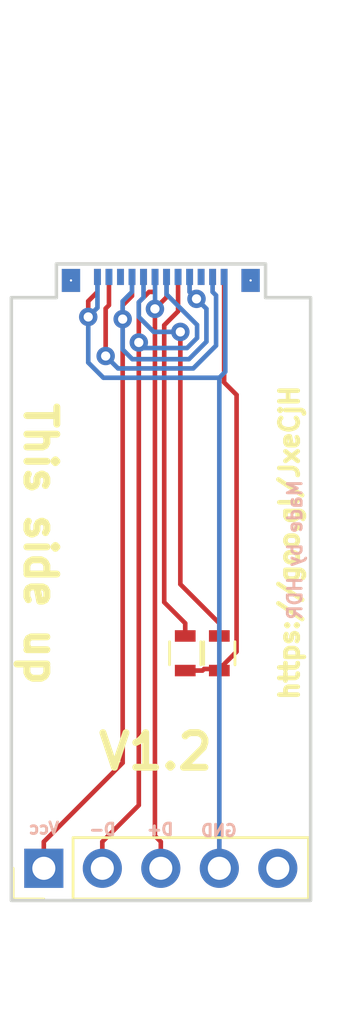
<source format=kicad_pcb>
(kicad_pcb (version 20171130) (host pcbnew "(5.0.0)")

  (general
    (thickness 1.6)
    (drawings 16)
    (tracks 93)
    (zones 0)
    (modules 4)
    (nets 8)
  )

  (page A4)
  (layers
    (0 F.Cu signal)
    (31 B.Cu signal)
    (32 B.Adhes user)
    (33 F.Adhes user)
    (34 B.Paste user)
    (35 F.Paste user)
    (36 B.SilkS user)
    (37 F.SilkS user)
    (38 B.Mask user)
    (39 F.Mask user)
    (40 Dwgs.User user)
    (41 Cmts.User user)
    (42 Eco1.User user)
    (43 Eco2.User user)
    (44 Edge.Cuts user)
    (45 Margin user)
    (46 B.CrtYd user)
    (47 F.CrtYd user)
    (48 B.Fab user)
    (49 F.Fab user)
  )

  (setup
    (last_trace_width 0.2)
    (trace_clearance 0.2)
    (zone_clearance 0.508)
    (zone_45_only no)
    (trace_min 0.2)
    (segment_width 0.01)
    (edge_width 0.15)
    (via_size 0.8)
    (via_drill 0.4)
    (via_min_size 0.4)
    (via_min_drill 0.3)
    (uvia_size 0.3)
    (uvia_drill 0.1)
    (uvias_allowed no)
    (uvia_min_size 0.2)
    (uvia_min_drill 0.1)
    (pcb_text_width 0.3)
    (pcb_text_size 1.5 1.5)
    (mod_edge_width 0.15)
    (mod_text_size 1 1)
    (mod_text_width 0.15)
    (pad_size 1.524 1.524)
    (pad_drill 0.762)
    (pad_to_mask_clearance 0.2)
    (aux_axis_origin 0 0)
    (visible_elements 7FFFFFFF)
    (pcbplotparams
      (layerselection 0x010fc_ffffffff)
      (usegerberextensions false)
      (usegerberattributes false)
      (usegerberadvancedattributes false)
      (creategerberjobfile false)
      (excludeedgelayer true)
      (linewidth 0.100000)
      (plotframeref false)
      (viasonmask false)
      (mode 1)
      (useauxorigin false)
      (hpglpennumber 1)
      (hpglpenspeed 20)
      (hpglpendiameter 15.000000)
      (psnegative false)
      (psa4output false)
      (plotreference true)
      (plotvalue true)
      (plotinvisibletext false)
      (padsonsilk false)
      (subtractmaskfromsilk false)
      (outputformat 1)
      (mirror false)
      (drillshape 0)
      (scaleselection 1)
      (outputdirectory "gerbers/"))
  )

  (net 0 "")
  (net 1 "Net-(J1-PadA1)")
  (net 2 "Net-(J1-PadA6)")
  (net 3 "Net-(J1-PadA7)")
  (net 4 "Net-(J1-PadA4)")
  (net 5 "Net-(J1-PadA5)")
  (net 6 "Net-(J1-PadB5)")
  (net 7 "Net-(J1-PadA11)")

  (net_class Default "This is the default net class."
    (clearance 0.2)
    (trace_width 0.2)
    (via_dia 0.8)
    (via_drill 0.4)
    (uvia_dia 0.3)
    (uvia_drill 0.1)
    (add_net "Net-(J1-PadA1)")
    (add_net "Net-(J1-PadA11)")
    (add_net "Net-(J1-PadA4)")
    (add_net "Net-(J1-PadA5)")
    (add_net "Net-(J1-PadA6)")
    (add_net "Net-(J1-PadA7)")
    (add_net "Net-(J1-PadB5)")
  )

  (module Custom:USB_C_AliExpress (layer F.Cu) (tedit 5BE0F6AB) (tstamp 5BCEF470)
    (at 100.228 93.3966 180)
    (descr "USB TYPE C, RA RCPT PCB, SMT, https://www.amphenolcanada.com/StockAvailabilityPrice.aspx?From=&PartNum=12401610E4%7e2A")
    (tags "USB C Type-C Receptacle SMD")
    (path /5BC9196A)
    (autoplace_cost90 2)
    (attr smd)
    (fp_text reference U1 (at 0 -6.36 180) (layer F.SilkS) hide
      (effects (font (size 1 1) (thickness 0.15)))
    )
    (fp_text value USB_C_Receptacle (at 0 6.14 180) (layer F.Fab)
      (effects (font (size 1 1) (thickness 0.15)))
    )
    (fp_line (start -3.9 -4.65) (end -3.9 5.830001) (layer F.Fab) (width 0.01))
    (fp_line (start 3.9 -4.65) (end 3.9 5.83) (layer F.Fab) (width 0.01))
    (fp_line (start -3.9 5.83) (end 3.9 5.83) (layer F.Fab) (width 0.01))
    (pad "" np_thru_hole rect (at -3.8989 -5.17144 180) (size 0.8 1) (drill 0.1) (layers *.Cu *.Mask))
    (pad B2 smd rect (at 2.2507 -5.02 180) (size 0.3 0.7) (layers B.Cu B.Paste B.Mask))
    (pad A8 smd rect (at 0.7507 -5.02 180) (size 0.3 0.7) (layers F.Cu F.Paste F.Mask))
    (pad B4 smd rect (at 1.2507 -5.02 180) (size 0.3 0.7) (layers B.Cu B.Paste B.Mask)
      (net 4 "Net-(J1-PadA4)"))
    (pad B3 smd rect (at 1.7507 -5.02 180) (size 0.3 0.7) (layers B.Cu B.Paste B.Mask))
    (pad B1 smd rect (at 2.7507 -5.02 180) (size 0.3 0.7) (layers B.Cu B.Paste B.Mask)
      (net 1 "Net-(J1-PadA1)"))
    (pad A7 smd rect (at 0.2507 -5.02 180) (size 0.3 0.7) (layers F.Cu F.Paste F.Mask)
      (net 3 "Net-(J1-PadA7)"))
    (pad B7 smd rect (at -0.2493 -5.02 180) (size 0.3 0.7) (layers B.Cu B.Paste B.Mask)
      (net 3 "Net-(J1-PadA7)"))
    (pad B8 smd rect (at -0.7493 -5.02 180) (size 0.3 0.7) (layers B.Cu B.Paste B.Mask))
    (pad B9 smd rect (at -1.2493 -5.02 180) (size 0.3 0.7) (layers B.Cu B.Paste B.Mask)
      (net 4 "Net-(J1-PadA4)"))
    (pad B10 smd rect (at -1.7493 -5.02 180) (size 0.3 0.7) (layers B.Cu B.Paste B.Mask))
    (pad A11 smd rect (at -2.2493 -5.02 180) (size 0.3 0.7) (layers B.Cu B.Paste B.Mask)
      (net 7 "Net-(J1-PadA11)"))
    (pad B12 smd rect (at -2.7493 -5.02 180) (size 0.3 0.7) (layers B.Cu B.Paste B.Mask)
      (net 1 "Net-(J1-PadA1)"))
    (pad A12 smd rect (at 2.7507 -5.02 180) (size 0.3 0.7) (layers F.Cu F.Paste F.Mask)
      (net 1 "Net-(J1-PadA1)"))
    (pad A1 smd rect (at -2.7493 -5.02 180) (size 0.3 0.7) (layers F.Cu F.Paste F.Mask)
      (net 1 "Net-(J1-PadA1)"))
    (pad A6 smd rect (at -0.2493 -5.02 180) (size 0.3 0.7) (layers F.Cu F.Paste F.Mask)
      (net 2 "Net-(J1-PadA6)"))
    (pad A2 smd rect (at -2.2493 -5.02 180) (size 0.3 0.7) (layers F.Cu F.Paste F.Mask))
    (pad A4 smd rect (at -1.2493 -5.02 180) (size 0.3 0.7) (layers F.Cu F.Paste F.Mask)
      (net 4 "Net-(J1-PadA4)"))
    (pad B6 smd rect (at 0.2507 -5.02 180) (size 0.3 0.7) (layers B.Cu B.Paste B.Mask)
      (net 2 "Net-(J1-PadA6)"))
    (pad B5 smd rect (at 0.7507 -5.02 180) (size 0.3 0.7) (layers B.Cu B.Paste B.Mask)
      (net 6 "Net-(J1-PadB5)"))
    (pad A3 smd rect (at -1.7493 -5.02 180) (size 0.3 0.7) (layers F.Cu F.Paste F.Mask))
    (pad A5 smd rect (at -0.7493 -5.02 180) (size 0.3 0.7) (layers F.Cu F.Paste F.Mask)
      (net 5 "Net-(J1-PadA5)"))
    (pad A11 smd rect (at 2.2507 -5.02 180) (size 0.3 0.7) (layers F.Cu F.Paste F.Mask)
      (net 7 "Net-(J1-PadA11)"))
    (pad A9 smd rect (at 1.2507 -5.02 180) (size 0.3 0.7) (layers F.Cu F.Paste F.Mask)
      (net 4 "Net-(J1-PadA4)"))
    (pad A10 smd rect (at 1.7507 -5.02 180) (size 0.3 0.7) (layers F.Cu F.Paste F.Mask))
    (pad "" np_thru_hole rect (at 3.9 -5.17144 180) (size 0.8 1) (drill 0.1) (layers *.Cu *.Mask))
    (model ${KISYS3DMOD}/Connectors_USB.3dshapes/USB_C_Receptacle_Amphenol_12401610E4-2A.wrl
      (at (xyz 0 0 0))
      (scale (xyz 1 1 1))
      (rotate (xyz 0 0 0))
    )
  )

  (module Pin_Headers:Pin_Header_Straight_1x05_Pitch2.54mm (layer F.Cu) (tedit 5BE0F6B9) (tstamp 5BCEF489)
    (at 95.1484 124.06 90)
    (descr "Through hole straight pin header, 1x05, 2.54mm pitch, single row")
    (tags "Through hole pin header THT 1x05 2.54mm single row")
    (path /5BC91A58)
    (fp_text reference U2 (at 0 -2.33 90) (layer F.SilkS) hide
      (effects (font (size 1 1) (thickness 0.15)))
    )
    (fp_text value Conn_01x05_Male (at 0 12.49 90) (layer F.Fab)
      (effects (font (size 1 1) (thickness 0.15)))
    )
    (fp_line (start -0.635 -1.27) (end 1.27 -1.27) (layer F.Fab) (width 0.1))
    (fp_line (start 1.27 -1.27) (end 1.27 11.43) (layer F.Fab) (width 0.1))
    (fp_line (start 1.27 11.43) (end -1.27 11.43) (layer F.Fab) (width 0.1))
    (fp_line (start -1.27 11.43) (end -1.27 -0.635) (layer F.Fab) (width 0.1))
    (fp_line (start -1.27 -0.635) (end -0.635 -1.27) (layer F.Fab) (width 0.1))
    (fp_line (start -1.33 11.49) (end 1.33 11.49) (layer F.SilkS) (width 0.12))
    (fp_line (start -1.33 1.27) (end -1.33 11.49) (layer F.SilkS) (width 0.12))
    (fp_line (start 1.33 1.27) (end 1.33 11.49) (layer F.SilkS) (width 0.12))
    (fp_line (start -1.33 1.27) (end 1.33 1.27) (layer F.SilkS) (width 0.12))
    (fp_line (start -1.33 0) (end -1.33 -1.33) (layer F.SilkS) (width 0.12))
    (fp_line (start -1.33 -1.33) (end 0 -1.33) (layer F.SilkS) (width 0.12))
    (fp_line (start -1.8 -1.8) (end -1.8 11.95) (layer F.CrtYd) (width 0.05))
    (fp_line (start -1.8 11.95) (end 1.8 11.95) (layer F.CrtYd) (width 0.05))
    (fp_line (start 1.8 11.95) (end 1.8 -1.8) (layer F.CrtYd) (width 0.05))
    (fp_line (start 1.8 -1.8) (end -1.8 -1.8) (layer F.CrtYd) (width 0.05))
    (fp_text user %R (at 0 5.08 180) (layer F.Fab)
      (effects (font (size 1 1) (thickness 0.15)))
    )
    (pad 1 thru_hole rect (at 0 0 90) (size 1.7 1.7) (drill 1) (layers *.Cu *.Mask)
      (net 4 "Net-(J1-PadA4)"))
    (pad 2 thru_hole oval (at 0 2.54 90) (size 1.7 1.7) (drill 1) (layers *.Cu *.Mask)
      (net 3 "Net-(J1-PadA7)"))
    (pad 3 thru_hole oval (at 0 5.08 90) (size 1.7 1.7) (drill 1) (layers *.Cu *.Mask)
      (net 2 "Net-(J1-PadA6)"))
    (pad 4 thru_hole oval (at 0 7.62 90) (size 1.7 1.7) (drill 1) (layers *.Cu *.Mask)
      (net 1 "Net-(J1-PadA1)"))
    (pad 5 thru_hole oval (at 0 10.16 90) (size 1.7 1.7) (drill 1) (layers *.Cu *.Mask))
    (model ${KISYS3DMOD}/Pin_Headers.3dshapes/Pin_Header_Straight_1x05_Pitch2.54mm.wrl
      (at (xyz 0 0 0))
      (scale (xyz 1 1 1))
      (rotate (xyz 0 0 0))
    )
  )

  (module Resistors_SMD:R_0603 (layer F.Cu) (tedit 5BE0F6D3) (tstamp 5BCEF49A)
    (at 101.288 114.735 90)
    (descr "Resistor SMD 0603, reflow soldering, Vishay (see dcrcw.pdf)")
    (tags "resistor 0603")
    (path /5BCEF1B3)
    (attr smd)
    (fp_text reference R2 (at 0 -1.45 90) (layer F.SilkS) hide
      (effects (font (size 1 1) (thickness 0.15)))
    )
    (fp_text value 5.1K (at 0 1.5 90) (layer F.Fab)
      (effects (font (size 1 1) (thickness 0.15)))
    )
    (fp_line (start 1.25 0.7) (end -1.25 0.7) (layer F.CrtYd) (width 0.05))
    (fp_line (start 1.25 0.7) (end 1.25 -0.7) (layer F.CrtYd) (width 0.05))
    (fp_line (start -1.25 -0.7) (end -1.25 0.7) (layer F.CrtYd) (width 0.05))
    (fp_line (start -1.25 -0.7) (end 1.25 -0.7) (layer F.CrtYd) (width 0.05))
    (fp_line (start -0.5 -0.68) (end 0.5 -0.68) (layer F.SilkS) (width 0.12))
    (fp_line (start 0.5 0.68) (end -0.5 0.68) (layer F.SilkS) (width 0.12))
    (fp_line (start -0.8 -0.4) (end 0.8 -0.4) (layer F.Fab) (width 0.1))
    (fp_line (start 0.8 -0.4) (end 0.8 0.4) (layer F.Fab) (width 0.1))
    (fp_line (start 0.8 0.4) (end -0.8 0.4) (layer F.Fab) (width 0.1))
    (fp_line (start -0.8 0.4) (end -0.8 -0.4) (layer F.Fab) (width 0.1))
    (fp_text user %R (at 0 0 90) (layer F.Fab)
      (effects (font (size 0.4 0.4) (thickness 0.075)))
    )
    (pad 2 smd rect (at 0.75 0 90) (size 0.5 0.9) (layers F.Cu F.Paste F.Mask)
      (net 5 "Net-(J1-PadA5)"))
    (pad 1 smd rect (at -0.75 0 90) (size 0.5 0.9) (layers F.Cu F.Paste F.Mask)
      (net 1 "Net-(J1-PadA1)"))
    (model ${KISYS3DMOD}/Resistors_SMD.3dshapes/R_0603.wrl
      (at (xyz 0 0 0))
      (scale (xyz 1 1 1))
      (rotate (xyz 0 0 0))
    )
  )

  (module Resistors_SMD:R_0603 (layer F.Cu) (tedit 5BE0F6CC) (tstamp 5BCEF4AB)
    (at 102.768 114.735 90)
    (descr "Resistor SMD 0603, reflow soldering, Vishay (see dcrcw.pdf)")
    (tags "resistor 0603")
    (path /5BCEF288)
    (attr smd)
    (fp_text reference R1 (at -0.00442 1.3212 90) (layer F.SilkS) hide
      (effects (font (size 1 1) (thickness 0.15)))
    )
    (fp_text value 5.1K (at 0 1.5 90) (layer F.Fab)
      (effects (font (size 1 1) (thickness 0.15)))
    )
    (fp_text user %R (at 0 0 90) (layer F.Fab)
      (effects (font (size 0.4 0.4) (thickness 0.075)))
    )
    (fp_line (start -0.8 0.4) (end -0.8 -0.4) (layer F.Fab) (width 0.1))
    (fp_line (start 0.8 0.4) (end -0.8 0.4) (layer F.Fab) (width 0.1))
    (fp_line (start 0.8 -0.4) (end 0.8 0.4) (layer F.Fab) (width 0.1))
    (fp_line (start -0.8 -0.4) (end 0.8 -0.4) (layer F.Fab) (width 0.1))
    (fp_line (start 0.5 0.68) (end -0.5 0.68) (layer F.SilkS) (width 0.12))
    (fp_line (start -0.5 -0.68) (end 0.5 -0.68) (layer F.SilkS) (width 0.12))
    (fp_line (start -1.25 -0.7) (end 1.25 -0.7) (layer F.CrtYd) (width 0.05))
    (fp_line (start -1.25 -0.7) (end -1.25 0.7) (layer F.CrtYd) (width 0.05))
    (fp_line (start 1.25 0.7) (end 1.25 -0.7) (layer F.CrtYd) (width 0.05))
    (fp_line (start 1.25 0.7) (end -1.25 0.7) (layer F.CrtYd) (width 0.05))
    (pad 1 smd rect (at -0.75 0 90) (size 0.5 0.9) (layers F.Cu F.Paste F.Mask)
      (net 1 "Net-(J1-PadA1)"))
    (pad 2 smd rect (at 0.75 0 90) (size 0.5 0.9) (layers F.Cu F.Paste F.Mask)
      (net 6 "Net-(J1-PadB5)"))
    (model ${KISYS3DMOD}/Resistors_SMD.3dshapes/R_0603.wrl
      (at (xyz 0 0 0))
      (scale (xyz 1 1 1))
      (rotate (xyz 0 0 0))
    )
  )

  (gr_text https://goo.gl/JxeCjH (at 105.81386 109.93882 90) (layer F.SilkS)
    (effects (font (size 0.8 0.8) (thickness 0.2)))
  )
  (gr_text GND (at 102.75 122.425) (layer B.SilkS)
    (effects (font (size 0.5 0.5) (thickness 0.125)) (justify mirror))
  )
  (gr_text D+ (at 100.2 122.375) (layer B.SilkS)
    (effects (font (size 0.5 0.5) (thickness 0.125)) (justify mirror))
  )
  (gr_text D- (at 97.7 122.375) (layer B.SilkS)
    (effects (font (size 0.5 0.5) (thickness 0.125)) (justify mirror))
  )
  (gr_text Vcc (at 95.15 122.325) (layer B.SilkS)
    (effects (font (size 0.5 0.5) (thickness 0.125)) (justify mirror))
  )
  (gr_text "Made by HDR" (at 106.05 110.25 90) (layer B.SilkS)
    (effects (font (size 0.6 0.6) (thickness 0.125)) (justify mirror))
  )
  (gr_text "V1.2\n" (at 100 119) (layer F.SilkS)
    (effects (font (size 1.5 1.5) (thickness 0.3)))
  )
  (gr_text "This side up" (at 95 110 270) (layer F.SilkS)
    (effects (font (size 1.3 1.3) (thickness 0.3)))
  )
  (gr_line (start 93.7387 99.314) (end 95.6945 99.314) (layer Edge.Cuts) (width 0.15))
  (gr_line (start 93.7387 125.450028) (end 93.7387 99.314) (layer Edge.Cuts) (width 0.15))
  (gr_line (start 106.725001 125.4567) (end 93.7387 125.4567) (layer Edge.Cuts) (width 0.15))
  (gr_line (start 95.6945 97.8535) (end 95.6945 99.314) (layer Edge.Cuts) (width 0.15))
  (gr_line (start 104.775 97.8535) (end 95.6945 97.8535) (layer Edge.Cuts) (width 0.15))
  (gr_line (start 104.775 99.314) (end 104.775 97.8535) (layer Edge.Cuts) (width 0.15))
  (gr_line (start 106.7308 99.314) (end 104.775 99.314) (layer Edge.Cuts) (width 0.15))
  (gr_line (start 106.7308 125.45) (end 106.7308 99.314) (layer Edge.Cuts) (width 0.15))

  (segment (start 102.7684 102.7887) (end 103.0273 102.5298) (width 0.2) (layer B.Cu) (net 1))
  (segment (start 103.0273 102.5298) (end 103.0273 98.4666) (width 0.2) (layer B.Cu) (net 1))
  (segment (start 103.0273 98.4666) (end 102.9773 98.4166) (width 0.2) (layer B.Cu) (net 1))
  (segment (start 97.0769 100.1519) (end 97.0769 102.1295) (width 0.2) (layer B.Cu) (net 1))
  (segment (start 97.0769 102.1295) (end 97.7361 102.7887) (width 0.2) (layer B.Cu) (net 1))
  (segment (start 97.7361 102.7887) (end 102.7684 102.7887) (width 0.2) (layer B.Cu) (net 1))
  (segment (start 102.7684 122.9097) (end 102.7684 102.7887) (width 0.2) (layer B.Cu) (net 1))
  (segment (start 102.7684 124.06) (end 102.7684 122.9097) (width 0.2) (layer B.Cu) (net 1))
  (segment (start 97.0769 100.1519) (end 97.4773 99.7515) (width 0.2) (layer B.Cu) (net 1))
  (segment (start 97.4773 99.7515) (end 97.4773 98.4166) (width 0.2) (layer B.Cu) (net 1))
  (segment (start 97.4773 98.4166) (end 97.4773 99.0669) (width 0.2) (layer F.Cu) (net 1))
  (segment (start 97.4773 99.0669) (end 97.0769 99.4673) (width 0.2) (layer F.Cu) (net 1))
  (segment (start 97.0769 99.4673) (end 97.0769 100.1519) (width 0.2) (layer F.Cu) (net 1))
  (segment (start 102.768 115.4162) (end 103.5184 114.6658) (width 0.2) (layer F.Cu) (net 1))
  (segment (start 103.5184 114.6658) (end 103.5184 103.5317) (width 0.2) (layer F.Cu) (net 1))
  (segment (start 103.5184 103.5317) (end 102.9773 102.9906) (width 0.2) (layer F.Cu) (net 1))
  (segment (start 102.9773 102.9906) (end 102.9773 98.4166) (width 0.2) (layer F.Cu) (net 1))
  (segment (start 102.0383 115.485) (end 102.1071 115.4162) (width 0.2) (layer F.Cu) (net 1))
  (segment (start 102.1071 115.4162) (end 102.768 115.4162) (width 0.2) (layer F.Cu) (net 1))
  (segment (start 101.288 115.485) (end 102.0383 115.485) (width 0.2) (layer F.Cu) (net 1))
  (segment (start 102.768 115.485) (end 102.768 115.4162) (width 0.2) (layer F.Cu) (net 1))
  (segment (start 102.7684 124.06) (end 102.7684 122.9097) (width 0.2) (layer F.Cu) (net 1))
  (segment (start 102.768 115.485) (end 102.768 122.9093) (width 0.2) (layer F.Cu) (net 1))
  (segment (start 102.768 122.9093) (end 102.7684 122.9097) (width 0.2) (layer F.Cu) (net 1))
  (via (at 97.0769 100.1519) (size 0.8) (layers F.Cu B.Cu) (net 1))
  (segment (start 99.9729 99.8026) (end 99.9729 122.6542) (width 0.2) (layer F.Cu) (net 2))
  (segment (start 99.9729 122.6542) (end 100.2284 122.9097) (width 0.2) (layer F.Cu) (net 2))
  (segment (start 99.9729 99.8026) (end 100.4773 99.2982) (width 0.2) (layer F.Cu) (net 2))
  (segment (start 100.4773 99.2982) (end 100.4773 98.4166) (width 0.2) (layer F.Cu) (net 2))
  (segment (start 99.9773 98.4166) (end 99.9773 99.7982) (width 0.2) (layer B.Cu) (net 2))
  (segment (start 99.9773 99.7982) (end 99.9729 99.8026) (width 0.2) (layer B.Cu) (net 2))
  (segment (start 100.2284 124.06) (end 100.2284 122.9097) (width 0.2) (layer F.Cu) (net 2))
  (via (at 99.9729 99.8026) (size 0.8) (layers F.Cu B.Cu) (net 2))
  (segment (start 100.4773 98.4166) (end 100.4773 99.1719) (width 0.2) (layer B.Cu) (net 3))
  (segment (start 100.4773 99.1719) (end 101.8026 100.4972) (width 0.2) (layer B.Cu) (net 3))
  (segment (start 101.8026 100.4972) (end 101.8026 101.0638) (width 0.2) (layer B.Cu) (net 3))
  (segment (start 101.8026 101.0638) (end 101.3662 101.5002) (width 0.2) (layer B.Cu) (net 3))
  (segment (start 101.3662 101.5002) (end 99.5145 101.5002) (width 0.2) (layer B.Cu) (net 3))
  (segment (start 99.5145 101.5002) (end 99.2726 101.2583) (width 0.2) (layer B.Cu) (net 3))
  (segment (start 99.2726 101.2583) (end 99.2726 99.5126) (width 0.2) (layer F.Cu) (net 3))
  (segment (start 99.2726 99.5126) (end 99.7183 99.0669) (width 0.2) (layer F.Cu) (net 3))
  (segment (start 99.7183 99.0669) (end 99.9773 99.0669) (width 0.2) (layer F.Cu) (net 3))
  (segment (start 97.6884 122.9097) (end 99.2726 121.3255) (width 0.2) (layer F.Cu) (net 3))
  (segment (start 99.2726 121.3255) (end 99.2726 101.2583) (width 0.2) (layer F.Cu) (net 3))
  (segment (start 97.6884 124.06) (end 97.6884 122.9097) (width 0.2) (layer F.Cu) (net 3))
  (segment (start 99.9773 98.4166) (end 99.9773 99.0669) (width 0.2) (layer F.Cu) (net 3))
  (via (at 99.2726 101.2583) (size 0.8) (layers F.Cu B.Cu) (net 3))
  (segment (start 98.5722 100.2458) (end 98.5722 101.5634) (width 0.2) (layer B.Cu) (net 4))
  (segment (start 98.5722 101.5634) (end 98.9925 101.9837) (width 0.2) (layer B.Cu) (net 4))
  (segment (start 98.9925 101.9837) (end 101.4488 101.9837) (width 0.2) (layer B.Cu) (net 4))
  (segment (start 101.4488 101.9837) (end 102.2083 101.2242) (width 0.2) (layer B.Cu) (net 4))
  (segment (start 102.2083 101.2242) (end 102.2083 99.7979) (width 0.2) (layer B.Cu) (net 4))
  (segment (start 102.2083 99.7979) (end 101.7778 99.3674) (width 0.2) (layer B.Cu) (net 4))
  (segment (start 98.5722 100.2458) (end 98.5722 119.4859) (width 0.2) (layer F.Cu) (net 4))
  (segment (start 98.5722 119.4859) (end 95.1484 122.9097) (width 0.2) (layer F.Cu) (net 4))
  (segment (start 98.9773 99.0669) (end 98.5722 99.472) (width 0.2) (layer B.Cu) (net 4))
  (segment (start 98.5722 99.472) (end 98.5722 100.2458) (width 0.2) (layer B.Cu) (net 4))
  (segment (start 98.9773 98.4166) (end 98.9773 99.2418) (width 0.2) (layer F.Cu) (net 4))
  (segment (start 98.9773 99.2418) (end 98.5722 99.6469) (width 0.2) (layer F.Cu) (net 4))
  (segment (start 98.5722 99.6469) (end 98.5722 100.2458) (width 0.2) (layer F.Cu) (net 4))
  (segment (start 95.1484 124.06) (end 95.1484 122.9097) (width 0.2) (layer F.Cu) (net 4))
  (segment (start 101.4773 99.0669) (end 101.7778 99.3674) (width 0.2) (layer F.Cu) (net 4))
  (segment (start 101.4773 99.0669) (end 101.7778 99.3674) (width 0.2) (layer B.Cu) (net 4))
  (segment (start 101.4773 98.4166) (end 101.4773 99.0669) (width 0.2) (layer F.Cu) (net 4))
  (segment (start 101.4773 98.4166) (end 101.4773 99.0669) (width 0.2) (layer B.Cu) (net 4))
  (segment (start 98.9773 98.4166) (end 98.9773 99.0669) (width 0.2) (layer B.Cu) (net 4))
  (via (at 98.5722 100.2458) (size 0.8) (layers F.Cu B.Cu) (net 4))
  (via (at 101.7778 99.3674) (size 0.8) (layers F.Cu B.Cu) (net 4))
  (segment (start 100.9773 99.0669) (end 100.9773 99.9082) (width 0.2) (layer F.Cu) (net 5))
  (segment (start 100.9773 99.9082) (end 100.3757 100.5098) (width 0.2) (layer F.Cu) (net 5))
  (segment (start 100.3757 100.5098) (end 100.3757 112.5224) (width 0.2) (layer F.Cu) (net 5))
  (segment (start 100.3757 112.5224) (end 101.288 113.4347) (width 0.2) (layer F.Cu) (net 5))
  (segment (start 100.9773 98.4166) (end 100.9773 99.0669) (width 0.2) (layer F.Cu) (net 5))
  (segment (start 101.288 113.985) (end 101.288 113.4347) (width 0.2) (layer F.Cu) (net 5))
  (segment (start 102.768 113.4347) (end 101.076 111.7427) (width 0.2) (layer F.Cu) (net 6))
  (segment (start 101.076 111.7427) (end 101.076 100.7998) (width 0.2) (layer F.Cu) (net 6))
  (segment (start 101.076 100.7998) (end 99.9202 100.7998) (width 0.2) (layer B.Cu) (net 6))
  (segment (start 99.9202 100.7998) (end 99.2726 100.1522) (width 0.2) (layer B.Cu) (net 6))
  (segment (start 99.2726 100.1522) (end 99.2726 99.5126) (width 0.2) (layer B.Cu) (net 6))
  (segment (start 99.2726 99.5126) (end 99.4773 99.3079) (width 0.2) (layer B.Cu) (net 6))
  (segment (start 99.4773 99.3079) (end 99.4773 98.4166) (width 0.2) (layer B.Cu) (net 6))
  (segment (start 102.768 113.985) (end 102.768 113.4347) (width 0.2) (layer F.Cu) (net 6))
  (via (at 101.076 100.7998) (size 0.8) (layers F.Cu B.Cu) (net 6))
  (segment (start 97.8336 101.8458) (end 98.3718 102.384) (width 0.2) (layer B.Cu) (net 7))
  (segment (start 98.3718 102.384) (end 101.6366 102.384) (width 0.2) (layer B.Cu) (net 7))
  (segment (start 101.6366 102.384) (end 102.627 101.3936) (width 0.2) (layer B.Cu) (net 7))
  (segment (start 102.627 101.3936) (end 102.627 99.2166) (width 0.2) (layer B.Cu) (net 7))
  (segment (start 102.627 99.2166) (end 102.4773 99.0669) (width 0.2) (layer B.Cu) (net 7))
  (segment (start 97.9773 98.4166) (end 97.9773 99.6414) (width 0.2) (layer F.Cu) (net 7))
  (segment (start 97.9773 99.6414) (end 97.8336 99.7851) (width 0.2) (layer F.Cu) (net 7))
  (segment (start 97.8336 99.7851) (end 97.8336 101.8458) (width 0.2) (layer F.Cu) (net 7))
  (segment (start 102.4773 98.4166) (end 102.4773 99.0669) (width 0.2) (layer B.Cu) (net 7))
  (via (at 97.8336 101.8458) (size 0.8) (layers F.Cu B.Cu) (net 7))

)

</source>
